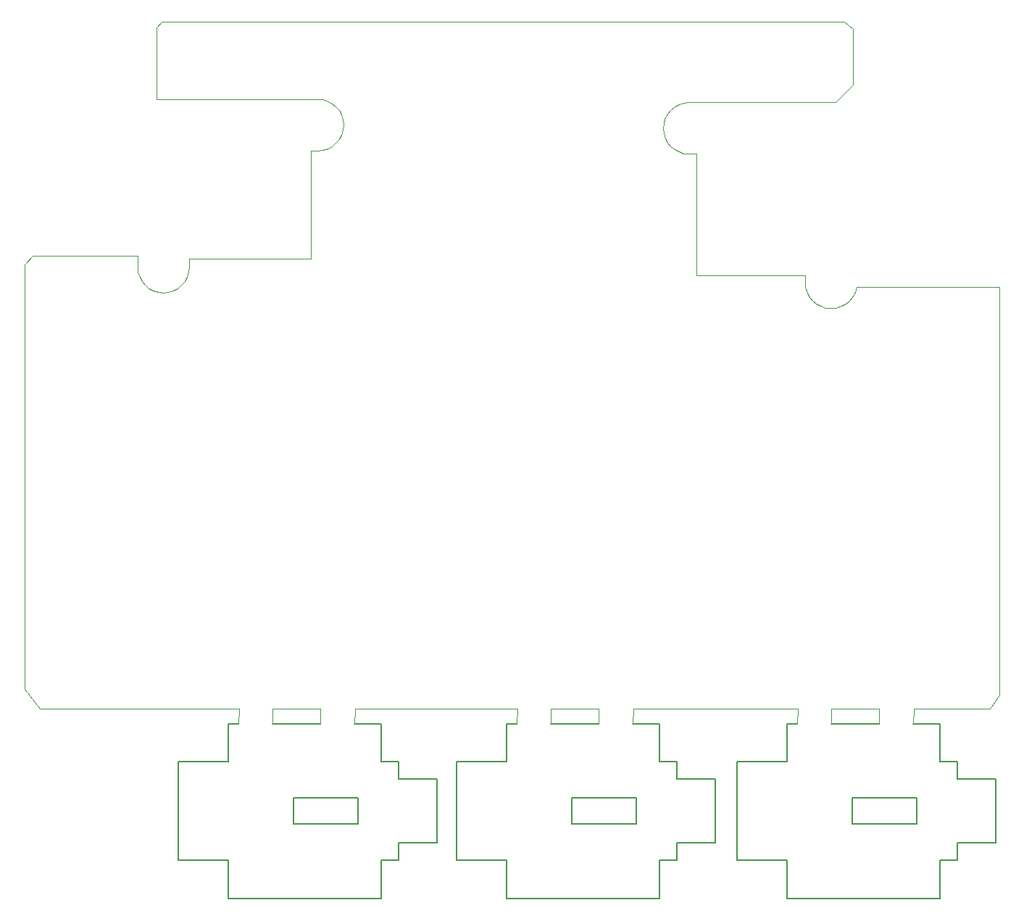
<source format=gm1>
G04 #@! TF.GenerationSoftware,KiCad,Pcbnew,(5.1.5-0-10_14)*
G04 #@! TF.CreationDate,2021-06-21T18:30:40+12:00*
G04 #@! TF.ProjectId,PiPortableBackingBoard,5069506f-7274-4616-926c-654261636b69,rev?*
G04 #@! TF.SameCoordinates,Original*
G04 #@! TF.FileFunction,Profile,NP*
%FSLAX46Y46*%
G04 Gerber Fmt 4.6, Leading zero omitted, Abs format (unit mm)*
G04 Created by KiCad (PCBNEW (5.1.5-0-10_14)) date 2021-06-21 18:30:40*
%MOMM*%
%LPD*%
G04 APERTURE LIST*
%ADD10C,0.050000*%
%ADD11C,0.200000*%
G04 APERTURE END LIST*
D10*
X201803000Y-102171500D02*
X199707500Y-104203500D01*
X133985000Y-175069500D02*
X133941000Y-176800000D01*
X143541000Y-176800000D02*
X143573500Y-175069500D01*
X130048000Y-175069500D02*
X129941000Y-176800000D01*
X139541000Y-176800000D02*
X139573000Y-175069500D01*
X176053000Y-176800000D02*
X176085500Y-175069500D01*
X162560000Y-175069500D02*
X162453000Y-176800000D01*
X166497000Y-175069500D02*
X166453000Y-176800000D01*
X172053000Y-176800000D02*
X172085000Y-175069500D01*
X106778000Y-175069500D02*
X130048000Y-175069500D01*
X143573500Y-175069500D02*
X162560000Y-175069500D01*
X176085500Y-175069500D02*
X195326000Y-175069500D01*
X172085000Y-175069500D02*
X166497000Y-175069500D01*
X139573000Y-175069500D02*
X133985000Y-175069500D01*
X195326000Y-175069500D02*
X195219000Y-176800000D01*
X208819000Y-176800000D02*
X208851500Y-175069500D01*
X199263000Y-175069500D02*
X199219000Y-176800000D01*
X204851000Y-175069500D02*
X199263000Y-175069500D01*
X204819000Y-176800000D02*
X204851000Y-175069500D01*
X217741500Y-175069500D02*
X208851500Y-175069500D01*
X105000000Y-123126500D02*
X105918000Y-122174000D01*
X105000000Y-172783500D02*
X105000000Y-123126500D01*
X106778000Y-175069500D02*
X105000000Y-172783500D01*
X218884500Y-173418500D02*
X217741500Y-175069500D01*
X218884500Y-125793500D02*
X218884500Y-173418500D01*
X202184000Y-125793500D02*
X218884500Y-125793500D01*
X201993500Y-126365000D02*
X202184000Y-125793500D01*
X201676000Y-126936500D02*
X201993500Y-126365000D01*
X201358500Y-127381000D02*
X201676000Y-126936500D01*
X200914000Y-127762000D02*
X201358500Y-127381000D01*
X200406000Y-128016000D02*
X200914000Y-127762000D01*
X199771000Y-128206500D02*
X200406000Y-128016000D01*
X199199500Y-128270000D02*
X199771000Y-128206500D01*
X198564500Y-128206500D02*
X199199500Y-128270000D01*
X197993000Y-128016000D02*
X198564500Y-128206500D01*
X197485000Y-127762000D02*
X197993000Y-128016000D01*
X197040500Y-127381000D02*
X197485000Y-127762000D01*
X196659500Y-126936500D02*
X197040500Y-127381000D01*
X196405500Y-126428500D02*
X196659500Y-126936500D01*
X196215000Y-125793500D02*
X196405500Y-126428500D01*
X196151500Y-125222000D02*
X196215000Y-125793500D01*
X196151500Y-124460000D02*
X196151500Y-125222000D01*
X183515000Y-124460000D02*
X196151500Y-124460000D01*
X183515000Y-110236000D02*
X183515000Y-124460000D01*
X182626000Y-110236000D02*
X183515000Y-110236000D01*
X181991000Y-110172500D02*
X182626000Y-110236000D01*
X181419500Y-109982000D02*
X181991000Y-110172500D01*
X180911500Y-109728000D02*
X181419500Y-109982000D01*
X180467000Y-109347000D02*
X180911500Y-109728000D01*
X180086000Y-108902500D02*
X180467000Y-109347000D01*
X179832000Y-108394500D02*
X180086000Y-108902500D01*
X179641500Y-107823000D02*
X179832000Y-108394500D01*
X179578000Y-107251500D02*
X179641500Y-107823000D01*
X179641500Y-106616500D02*
X179578000Y-107251500D01*
X179768500Y-106108500D02*
X179641500Y-106616500D01*
X180086000Y-105537000D02*
X179768500Y-106108500D01*
X180467000Y-105092500D02*
X180086000Y-105537000D01*
X180911500Y-104711500D02*
X180467000Y-105092500D01*
X181419500Y-104457500D02*
X180911500Y-104711500D01*
X181991000Y-104267000D02*
X181419500Y-104457500D01*
X182562500Y-104203500D02*
X181991000Y-104267000D01*
X199707500Y-104203500D02*
X182562500Y-104203500D01*
X201803000Y-95631000D02*
X201803000Y-102171500D01*
X200787000Y-94805500D02*
X201803000Y-95631000D01*
X121031000Y-94805500D02*
X200787000Y-94805500D01*
X120396000Y-95504000D02*
X121031000Y-94805500D01*
X120396000Y-97282000D02*
X120396000Y-95504000D01*
X120396000Y-103822500D02*
X120396000Y-97282000D01*
X139827000Y-103822500D02*
X120396000Y-103822500D01*
X140335000Y-104013000D02*
X139827000Y-103822500D01*
X140906500Y-104330500D02*
X140335000Y-104013000D01*
X141351000Y-104711500D02*
X140906500Y-104330500D01*
X141732000Y-105156000D02*
X141351000Y-104711500D01*
X141986000Y-105664000D02*
X141732000Y-105156000D01*
X142176500Y-106235500D02*
X141986000Y-105664000D01*
X142240000Y-106807000D02*
X142176500Y-106235500D01*
X142176500Y-107378500D02*
X142240000Y-106807000D01*
X141986000Y-108013500D02*
X142176500Y-107378500D01*
X141732000Y-108521500D02*
X141986000Y-108013500D01*
X141351000Y-108966000D02*
X141732000Y-108521500D01*
X140906500Y-109347000D02*
X141351000Y-108966000D01*
X140462000Y-109601000D02*
X140906500Y-109347000D01*
X139827000Y-109791500D02*
X140462000Y-109601000D01*
X139192000Y-109855000D02*
X139827000Y-109791500D01*
X138430000Y-109855000D02*
X139192000Y-109855000D01*
X138430000Y-122491500D02*
X138430000Y-109855000D01*
X124206000Y-122491500D02*
X138430000Y-122491500D01*
X124206000Y-123444000D02*
X124206000Y-122491500D01*
X124142500Y-124015500D02*
X124206000Y-123444000D01*
X123952000Y-124587000D02*
X124142500Y-124015500D01*
X123698000Y-125095000D02*
X123952000Y-124587000D01*
X123317000Y-125539500D02*
X123698000Y-125095000D01*
X122872500Y-125920500D02*
X123317000Y-125539500D01*
X122364500Y-126174500D02*
X122872500Y-125920500D01*
X121793000Y-126365000D02*
X122364500Y-126174500D01*
X121158000Y-126428500D02*
X121793000Y-126365000D01*
X120650000Y-126365000D02*
X121158000Y-126428500D01*
X120015000Y-126174500D02*
X120650000Y-126365000D01*
X119507000Y-125920500D02*
X120015000Y-126174500D01*
X119062500Y-125539500D02*
X119507000Y-125920500D01*
X118681500Y-125095000D02*
X119062500Y-125539500D01*
X118427500Y-124587000D02*
X118681500Y-125095000D01*
X118237000Y-124015500D02*
X118427500Y-124587000D01*
X118173500Y-123444000D02*
X118237000Y-124015500D01*
X118173500Y-122174000D02*
X118173500Y-123444000D01*
X112522000Y-122174000D02*
X118173500Y-122174000D01*
X105918000Y-122174000D02*
X112522000Y-122174000D01*
D11*
X133941000Y-176800000D02*
X137141000Y-176800000D01*
X137141000Y-176800000D02*
X139541000Y-176800000D01*
X128791000Y-176800000D02*
X129941000Y-176800000D01*
X143541000Y-176800000D02*
X146691000Y-176800000D01*
X128791000Y-197200000D02*
X146691000Y-197200000D01*
X146691000Y-197200000D02*
X146691000Y-192750000D01*
X128791000Y-197200000D02*
X128791000Y-192750000D01*
X128791000Y-181250000D02*
X128791000Y-176800000D01*
X122991002Y-192750000D02*
X128791000Y-192750000D01*
X143941000Y-188500000D02*
X143941000Y-185500000D01*
X136441000Y-188500000D02*
X136441000Y-185500000D01*
X143941000Y-188500000D02*
X136441000Y-188500000D01*
X148691000Y-190750000D02*
X153191000Y-190750000D01*
X122991002Y-192750000D02*
X122991001Y-187000000D01*
X148691000Y-192750000D02*
X146691000Y-192750000D01*
X148691000Y-192750000D02*
X148691000Y-190750000D01*
X153191000Y-190750000D02*
X153191000Y-187000000D01*
X146691000Y-181250000D02*
X146691000Y-176800000D01*
X148691000Y-181250000D02*
X148691000Y-183250000D01*
X153191000Y-187000000D02*
X153191000Y-183250000D01*
X148691000Y-183250000D02*
X153191000Y-183250000D01*
X122991002Y-181250000D02*
X128791000Y-181250000D01*
X143941000Y-185500000D02*
X136441000Y-185500000D01*
X122991001Y-187000000D02*
X122991002Y-181250000D01*
X148691000Y-181250000D02*
X146691000Y-181250000D01*
X166453000Y-176800000D02*
X169653000Y-176800000D01*
X169653000Y-176800000D02*
X172053000Y-176800000D01*
X161303000Y-176800000D02*
X162453000Y-176800000D01*
X176053000Y-176800000D02*
X179203000Y-176800000D01*
X161303000Y-197200000D02*
X179203000Y-197200000D01*
X179203000Y-197200000D02*
X179203000Y-192750000D01*
X161303000Y-197200000D02*
X161303000Y-192750000D01*
X161303000Y-181250000D02*
X161303000Y-176800000D01*
X155503002Y-192750000D02*
X161303000Y-192750000D01*
X176453000Y-188500000D02*
X176453000Y-185500000D01*
X168953000Y-188500000D02*
X168953000Y-185500000D01*
X176453000Y-188500000D02*
X168953000Y-188500000D01*
X181203000Y-190750000D02*
X185703000Y-190750000D01*
X155503002Y-192750000D02*
X155503001Y-187000000D01*
X181203000Y-192750000D02*
X179203000Y-192750000D01*
X181203000Y-192750000D02*
X181203000Y-190750000D01*
X185703000Y-190750000D02*
X185703000Y-187000000D01*
X179203000Y-181250000D02*
X179203000Y-176800000D01*
X181203000Y-181250000D02*
X181203000Y-183250000D01*
X185703000Y-187000000D02*
X185703000Y-183250000D01*
X181203000Y-183250000D02*
X185703000Y-183250000D01*
X155503002Y-181250000D02*
X161303000Y-181250000D01*
X176453000Y-185500000D02*
X168953000Y-185500000D01*
X155503001Y-187000000D02*
X155503002Y-181250000D01*
X181203000Y-181250000D02*
X179203000Y-181250000D01*
X199219000Y-176800000D02*
X202419000Y-176800000D01*
X202419000Y-176800000D02*
X204819000Y-176800000D01*
X194069000Y-176800000D02*
X195219000Y-176800000D01*
X208819000Y-176800000D02*
X211969000Y-176800000D01*
X194069000Y-197200000D02*
X211969000Y-197200000D01*
X211969000Y-197200000D02*
X211969000Y-192750000D01*
X194069000Y-197200000D02*
X194069000Y-192750000D01*
X194069000Y-181250000D02*
X194069000Y-176800000D01*
X188269002Y-192750000D02*
X194069000Y-192750000D01*
X209219000Y-188500000D02*
X209219000Y-185500000D01*
X201719000Y-188500000D02*
X201719000Y-185500000D01*
X209219000Y-188500000D02*
X201719000Y-188500000D01*
X213969000Y-190750000D02*
X218469000Y-190750000D01*
X188269002Y-192750000D02*
X188269001Y-187000000D01*
X213969000Y-192750000D02*
X211969000Y-192750000D01*
X213969000Y-192750000D02*
X213969000Y-190750000D01*
X218469000Y-190750000D02*
X218469000Y-187000000D01*
X211969000Y-181250000D02*
X211969000Y-176800000D01*
X213969000Y-181250000D02*
X213969000Y-183250000D01*
X218469000Y-187000000D02*
X218469000Y-183250000D01*
X213969000Y-183250000D02*
X218469000Y-183250000D01*
X188269002Y-181250000D02*
X194069000Y-181250000D01*
X209219000Y-185500000D02*
X201719000Y-185500000D01*
X188269001Y-187000000D02*
X188269002Y-181250000D01*
X213969000Y-181250000D02*
X211969000Y-181250000D01*
M02*

</source>
